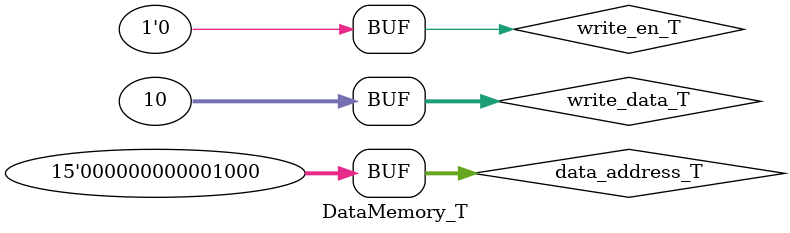
<source format=v>
`timescale 1ns / 1ps


module DataMemory_T(

    );
    reg [14:0] data_address_T; 
    reg write_en_T;
    reg [31:0] write_data_T;
    wire [31:0] read_data_T; 
    
    DataMemory UUT(
                .data_address(data_address_T),
                .write_en(write_en_T),
                .write_data(write_data_T),
                .read_data(read_data_T) 
    );
    
    initial begin
        //put data 100 into memory 8
        data_address_T = 8; 
        write_data_T = 100; 
        #10
        write_en_T = 1; 
        #10
        write_en_T =0;  
        write_data_T = 10; 
    end
endmodule

</source>
